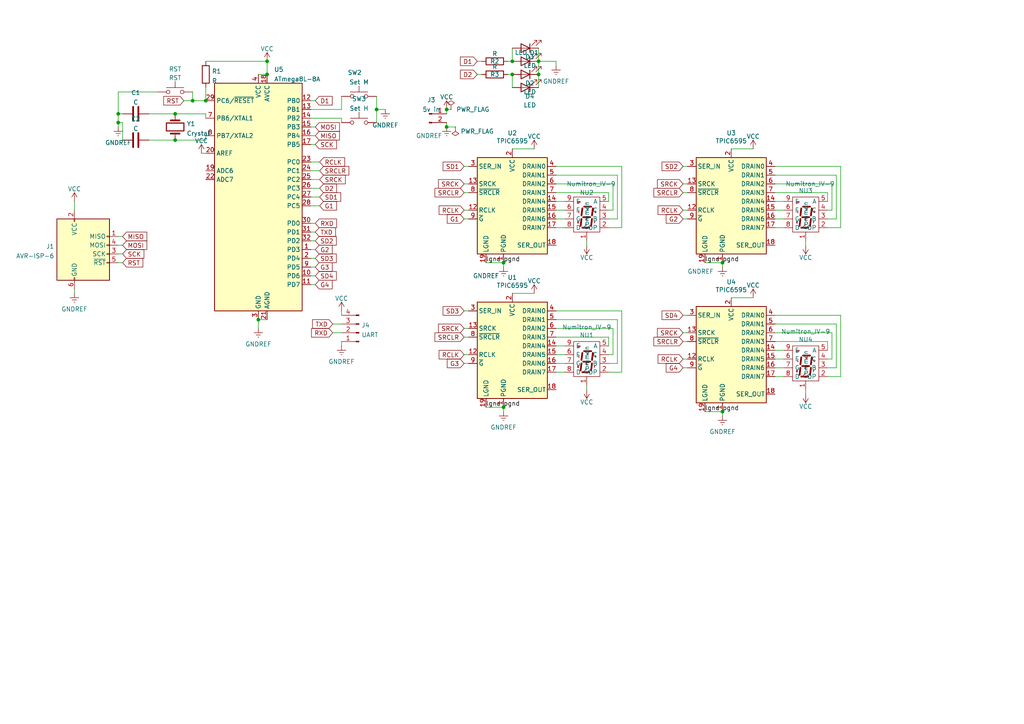
<source format=kicad_sch>
(kicad_sch (version 20211123) (generator eeschema)
  (paper "A4")
  (lib_symbols
    (symbol "Connector:AVR-ISP-6" (pin_names (offset 1.016))
      (property "Reference" "J" (at -6.35 11.43 0))
      (property "Value" "AVR-ISP-6" (at 0 11.43 0))
      (symbol "AVR-ISP-6_0_1"
        (rectangle (start -2.667 -6.858) (end -2.413 -7.62))
        (rectangle (start -2.667 10.16) (end -2.413 9.398))
        (rectangle (start 7.62 -2.413) (end 6.858 -2.667))
        (rectangle (start 7.62 0.127) (end 6.858 -0.127))
        (rectangle (start 7.62 2.667) (end 6.858 2.413))
        (rectangle (start 7.62 5.207) (end 6.858 4.953))
        (rectangle (start 7.62 10.16) (end -7.62 -7.62) (stroke (width 0.254)) (fill (type background)))
      )
      (symbol "AVR-ISP-6_1_1"
        (pin passive line (at 10.16 5.08 180) (length 2.54) (name "MISO") (number "1"))
        (pin passive line (at -2.54 12.7 270) (length 2.54) (name "VCC") (number "2"))
        (pin passive line (at 10.16 0 180) (length 2.54) (name "SCK") (number "3"))
        (pin passive line (at 10.16 2.54 180) (length 2.54) (name "MOSI") (number "4"))
        (pin passive line (at 10.16 -2.54 180) (length 2.54) (name "~{RST}") (number "5"))
        (pin passive line (at -2.54 -10.16 90) (length 2.54) (name "GND") (number "6"))
      )
    )
    (symbol "Connector:Conn_01x02_Male" (pin_names (offset 1.016) hide)
      (property "Reference" "J" (at 0 2.54 0))
      (property "Value" "Conn_01x02_Male" (at 0 -5.08 0))
      (symbol "Conn_01x02_Male_1_1"
        (polyline (pts (xy 1.27 -2.54) (xy 0.8636 -2.54)) (stroke (width 0.1524)))
        (polyline (pts (xy 1.27 0) (xy 0.8636 0)) (stroke (width 0.1524)))
        (rectangle (start 0.8636 -2.413) (end 0 -2.667) (stroke (width 0.1524)) (fill (type outline)))
        (rectangle (start 0.8636 0.127) (end 0 -0.127) (stroke (width 0.1524)) (fill (type outline)))
        (pin passive line (at 5.08 0 180) (length 3.81) (name "Pin_1") (number "1"))
        (pin passive line (at 5.08 -2.54 180) (length 3.81) (name "Pin_2") (number "2"))
      )
    )
    (symbol "Connector:Conn_01x04_Male" (pin_names (offset 1.016) hide)
      (property "Reference" "J" (at 0 5.08 0))
      (property "Value" "Conn_01x04_Male" (at 0 -7.62 0))
      (symbol "Conn_01x04_Male_1_1"
        (polyline (pts (xy 1.27 -5.08) (xy 0.8636 -5.08)) (stroke (width 0.1524)))
        (polyline (pts (xy 1.27 -2.54) (xy 0.8636 -2.54)) (stroke (width 0.1524)))
        (polyline (pts (xy 1.27 0) (xy 0.8636 0)) (stroke (width 0.1524)))
        (polyline (pts (xy 1.27 2.54) (xy 0.8636 2.54)) (stroke (width 0.1524)))
        (rectangle (start 0.8636 -4.953) (end 0 -5.207) (stroke (width 0.1524)) (fill (type outline)))
        (rectangle (start 0.8636 -2.413) (end 0 -2.667) (stroke (width 0.1524)) (fill (type outline)))
        (rectangle (start 0.8636 0.127) (end 0 -0.127) (stroke (width 0.1524)) (fill (type outline)))
        (rectangle (start 0.8636 2.667) (end 0 2.413) (stroke (width 0.1524)) (fill (type outline)))
        (pin passive line (at 5.08 2.54 180) (length 3.81) (name "Pin_1") (number "1"))
        (pin passive line (at 5.08 0 180) (length 3.81) (name "Pin_2") (number "2"))
        (pin passive line (at 5.08 -2.54 180) (length 3.81) (name "Pin_3") (number "3"))
        (pin passive line (at 5.08 -5.08 180) (length 3.81) (name "Pin_4") (number "4"))
      )
    )
    (symbol "Device:C" (pin_numbers hide) (pin_names (offset 0.254))
      (property "Reference" "C" (at 0.635 2.54 0))
      (property "Value" "C" (at 0.635 -2.54 0))
      (symbol "C_0_1"
        (polyline (pts (xy -2.032 -0.762) (xy 2.032 -0.762)) (stroke (width 0.508)))
        (polyline (pts (xy -2.032 0.762) (xy 2.032 0.762)) (stroke (width 0.508)))
      )
      (symbol "C_1_1"
        (pin passive line (at 0 3.81 270) (length 2.794) (name "~") (number "1"))
        (pin passive line (at 0 -3.81 90) (length 2.794) (name "~") (number "2"))
      )
    )
    (symbol "Device:Crystal" (pin_numbers hide) (pin_names (offset 1.016) hide)
      (property "Reference" "Y" (at 0 3.81 0))
      (property "Value" "Crystal" (at 0 -3.81 0))
      (symbol "Crystal_0_1"
        (rectangle (start -1.143 2.54) (end 1.143 -2.54) (stroke (width 0.3048)))
        (polyline (pts (xy -2.54 0) (xy -1.905 0)))
        (polyline (pts (xy -1.905 -1.27) (xy -1.905 1.27)) (stroke (width 0.508)))
        (polyline (pts (xy 1.905 -1.27) (xy 1.905 1.27)) (stroke (width 0.508)))
        (polyline (pts (xy 2.54 0) (xy 1.905 0)))
      )
      (symbol "Crystal_1_1"
        (pin passive line (at -3.81 0 0) (length 1.27) (name "1") (number "1"))
        (pin passive line (at 3.81 0 180) (length 1.27) (name "2") (number "2"))
      )
    )
    (symbol "Device:LED" (pin_numbers hide) (pin_names (offset 1.016) hide)
      (property "Reference" "D" (at 0 2.54 0))
      (property "Value" "LED" (at 0 -2.54 0))
      (symbol "LED_0_1"
        (polyline (pts (xy -1.27 -1.27) (xy -1.27 1.27)) (stroke (width 0.254)))
        (polyline (pts (xy -1.27 0) (xy 1.27 0)))
        (polyline (pts (xy 1.27 -1.27) (xy 1.27 1.27) (xy -1.27 0) (xy 1.27 -1.27)) (stroke (width 0.254)))
        (polyline (pts (xy -3.048 -0.762) (xy -4.572 -2.286) (xy -3.81 -2.286) (xy -4.572 -2.286) (xy -4.572 -1.524)))
        (polyline (pts (xy -1.778 -0.762) (xy -3.302 -2.286) (xy -2.54 -2.286) (xy -3.302 -2.286) (xy -3.302 -1.524)))
      )
      (symbol "LED_1_1"
        (pin passive line (at -3.81 0 0) (length 2.54) (name "K") (number "1"))
        (pin passive line (at 3.81 0 180) (length 2.54) (name "A") (number "2"))
      )
    )
    (symbol "Device:R" (pin_numbers hide) (pin_names (offset 0))
      (property "Reference" "R" (at 2.032 0 90))
      (property "Value" "R" (at 0 0 90))
      (symbol "R_0_1"
        (rectangle (start -1.016 -2.54) (end 1.016 2.54) (stroke (width 0.254)))
      )
      (symbol "R_1_1"
        (pin passive line (at 0 3.81 270) (length 1.27) (name "~") (number "1"))
        (pin passive line (at 0 -3.81 90) (length 1.27) (name "~") (number "2"))
      )
    )
    (symbol "Interface_Expansion:TPIC6595" (pin_names (offset 0.381))
      (property "Reference" "U" (at -8.89 13.97 0))
      (property "Value" "TPIC6595" (at 6.35 13.97 0))
      (symbol "TPIC6595_0_1"
        (rectangle (start -10.16 12.7) (end 10.16 -15.24) (stroke (width 0.254)) (fill (type background)))
      )
      (symbol "TPIC6595_1_1"
        (pin power_in line (at -2.54 -17.78 90) (length 2.54) (name "PGND") (number "1"))
        (pin passive line (at -2.54 -17.78 90) (length 2.54) hide (name "PGND") (number "10"))
        (pin passive line (at -2.54 -17.78 90) (length 2.54) hide (name "PGND") (number "11"))
        (pin input line (at -12.7 -2.54 0) (length 2.54) (name "RCLK") (number "12"))
        (pin input line (at -12.7 5.08 0) (length 2.54) (name "SRCK") (number "13"))
        (pin open_collector line (at 12.7 0 180) (length 2.54) (name "DRAIN4") (number "14"))
        (pin open_collector line (at 12.7 -2.54 180) (length 2.54) (name "DRAIN5") (number "15"))
        (pin open_collector line (at 12.7 -5.08 180) (length 2.54) (name "DRAIN6") (number "16"))
        (pin open_collector line (at 12.7 -7.62 180) (length 2.54) (name "DRAIN7") (number "17"))
        (pin output line (at 12.7 -12.7 180) (length 2.54) (name "SER_OUT") (number "18"))
        (pin power_in line (at -7.62 -17.78 90) (length 2.54) (name "LGND") (number "19"))
        (pin power_in line (at 0 15.24 270) (length 2.54) (name "VCC") (number "2"))
        (pin passive line (at -2.54 -17.78 90) (length 2.54) hide (name "PGND") (number "20"))
        (pin input line (at -12.7 10.16 0) (length 2.54) (name "SER_IN") (number "3"))
        (pin open_collector line (at 12.7 10.16 180) (length 2.54) (name "DRAIN0") (number "4"))
        (pin open_collector line (at 12.7 7.62 180) (length 2.54) (name "DRAIN1") (number "5"))
        (pin open_collector line (at 12.7 5.08 180) (length 2.54) (name "DRAIN2") (number "6"))
        (pin open_collector line (at 12.7 2.54 180) (length 2.54) (name "DRAIN3") (number "7"))
        (pin input line (at -12.7 2.54 0) (length 2.54) (name "~{SRCLR}") (number "8"))
        (pin input line (at -12.7 -5.08 0) (length 2.54) (name "~{G}") (number "9"))
      )
    )
    (symbol "MCU_Microchip_ATmega:ATmega8L-8A"
      (property "Reference" "U" (at -12.7 34.29 0))
      (property "Value" "ATmega8L-8A" (at 5.08 -34.29 0))
      (symbol "ATmega8L-8A_0_1"
        (rectangle (start -12.7 -33.02) (end 12.7 33.02) (stroke (width 0.254)) (fill (type background)))
      )
      (symbol "ATmega8L-8A_1_1"
        (pin bidirectional line (at 15.24 -15.24 180) (length 2.54) (name "PD3") (number "1"))
        (pin bidirectional line (at 15.24 -22.86 180) (length 2.54) (name "PD6") (number "10"))
        (pin bidirectional line (at 15.24 -25.4 180) (length 2.54) (name "PD7") (number "11"))
        (pin bidirectional line (at 15.24 27.94 180) (length 2.54) (name "PB0") (number "12"))
        (pin bidirectional line (at 15.24 25.4 180) (length 2.54) (name "PB1") (number "13"))
        (pin bidirectional line (at 15.24 22.86 180) (length 2.54) (name "PB2") (number "14"))
        (pin bidirectional line (at 15.24 20.32 180) (length 2.54) (name "PB3") (number "15"))
        (pin bidirectional line (at 15.24 17.78 180) (length 2.54) (name "PB4") (number "16"))
        (pin bidirectional line (at 15.24 15.24 180) (length 2.54) (name "PB5") (number "17"))
        (pin power_in line (at 2.54 35.56 270) (length 2.54) (name "AVCC") (number "18"))
        (pin input line (at -15.24 7.62 0) (length 2.54) (name "ADC6") (number "19"))
        (pin bidirectional line (at 15.24 -17.78 180) (length 2.54) (name "PD4") (number "2"))
        (pin passive line (at -15.24 12.7 0) (length 2.54) (name "AREF") (number "20"))
        (pin power_in line (at 2.54 -35.56 90) (length 2.54) (name "AGND") (number "21"))
        (pin input line (at -15.24 5.08 0) (length 2.54) (name "ADC7") (number "22"))
        (pin bidirectional line (at 15.24 10.16 180) (length 2.54) (name "PC0") (number "23"))
        (pin bidirectional line (at 15.24 7.62 180) (length 2.54) (name "PC1") (number "24"))
        (pin bidirectional line (at 15.24 5.08 180) (length 2.54) (name "PC2") (number "25"))
        (pin bidirectional line (at 15.24 2.54 180) (length 2.54) (name "PC3") (number "26"))
        (pin bidirectional line (at 15.24 0 180) (length 2.54) (name "PC4") (number "27"))
        (pin bidirectional line (at 15.24 -2.54 180) (length 2.54) (name "PC5") (number "28"))
        (pin bidirectional line (at -15.24 27.94 0) (length 2.54) (name "PC6/~{RESET}") (number "29"))
        (pin power_in line (at 0 -35.56 90) (length 2.54) (name "GND") (number "3"))
        (pin bidirectional line (at 15.24 -7.62 180) (length 2.54) (name "PD0") (number "30"))
        (pin bidirectional line (at 15.24 -10.16 180) (length 2.54) (name "PD1") (number "31"))
        (pin bidirectional line (at 15.24 -12.7 180) (length 2.54) (name "PD2") (number "32"))
        (pin power_in line (at 0 35.56 270) (length 2.54) (name "VCC") (number "4"))
        (pin passive line (at 0 -35.56 90) (length 2.54) hide (name "GND") (number "5"))
        (pin passive line (at 0 35.56 270) (length 2.54) hide (name "VCC") (number "6"))
        (pin bidirectional line (at -15.24 22.86 0) (length 2.54) (name "PB6/XTAL1") (number "7"))
        (pin bidirectional line (at -15.24 17.78 0) (length 2.54) (name "PB7/XTAL2") (number "8"))
        (pin bidirectional line (at 15.24 -20.32 180) (length 2.54) (name "PD5") (number "9"))
      )
    )
    (symbol "Switch:SW_Push" (pin_numbers hide) (pin_names (offset 1.016) hide)
      (property "Reference" "SW" (at 1.27 2.54 0))
      (property "Value" "SW_Push" (at 0 -1.524 0))
      (symbol "SW_Push_0_1"
        (circle (center -2.032 0) (radius 0.508))
        (polyline (pts (xy 0 1.27) (xy 0 3.048)))
        (polyline (pts (xy 2.54 1.27) (xy -2.54 1.27)))
        (circle (center 2.032 0) (radius 0.508))
        (pin passive line (at -5.08 0 0) (length 2.54) (name "1") (number "1"))
        (pin passive line (at 5.08 0 180) (length 2.54) (name "2") (number "2"))
      )
    )
    (symbol "numitron:Numitron_IV-9-Display" (pin_names (offset 0.635))
      (property "Reference" "U" (at -2.54 13.97 0))
      (property "Value" "Numitron_IV-9-Display" (at 1.27 13.97 0))
      (symbol "Numitron_IV-9-Display_0_0"
        (text "A" (at 0.254 3.048 0) (effects (font (size 0.508 0.508))))
        (text "B" (at 2.54 2.286 0) (effects (font (size 0.508 0.508))))
        (text "C" (at 2.286 -0.762 0) (effects (font (size 0.508 0.508))))
        (text "D" (at -0.254 -1.524 0) (effects (font (size 0.508 0.508))))
        (text "DP" (at 2.286 -3.556 0) (effects (font (size 0.508 0.508))))
        (text "E" (at -2.54 -0.762 0) (effects (font (size 0.508 0.508))))
        (text "F" (at -2.286 2.286 0) (effects (font (size 0.508 0.508))))
        (text "G" (at 0 1.524 0) (effects (font (size 0.508 0.508))))
      )
      (symbol "Numitron_IV-9-Display_0_1"
        (rectangle (start -3.81 5.08) (end 3.81 -5.08))
        (polyline (pts (xy -1.524 0.254) (xy -1.778 -1.778)) (stroke (width 0.508)))
        (polyline (pts (xy -1.27 -2.286) (xy 0.762 -2.286)) (stroke (width 0.508)))
        (polyline (pts (xy -1.27 3.302) (xy -1.524 1.27)) (stroke (width 0.508)))
        (polyline (pts (xy -1.016 0.762) (xy 1.016 0.762)) (stroke (width 0.508)))
        (polyline (pts (xy -0.762 3.81) (xy 1.27 3.81)) (stroke (width 0.508)))
        (polyline (pts (xy 1.524 0.254) (xy 1.27 -1.778)) (stroke (width 0.508)))
        (polyline (pts (xy 1.778 3.302) (xy 1.524 1.27)) (stroke (width 0.508)))
        (polyline (pts (xy 2.54 -2.286) (xy 2.54 -2.286)) (stroke (width 0.508)))
      )
      (symbol "Numitron_IV-9-Display_1_1"
        (pin passive line (at 0 7.62 270) (length 2.54) (name "Common") (number "1"))
        (pin passive line (at -6.35 3.81 0) (length 2.54) (name "DP") (number "2"))
        (pin passive line (at -6.35 1.27 0) (length 2.54) (name "B") (number "3"))
        (pin passive line (at -6.35 -1.27 0) (length 2.54) (name "C") (number "4"))
        (pin passive line (at -6.35 -3.81 0) (length 2.54) (name "A") (number "5"))
        (pin passive line (at 6.35 -1.27 180) (length 2.54) (name "F") (number "6"))
        (pin passive line (at 6.35 1.27 180) (length 2.54) (name "G") (number "7"))
        (pin passive line (at 6.35 3.81 180) (length 2.54) (name "D") (number "8"))
        (pin passive line (at 6.35 -3.81 180) (length 2.54) (name "E") (number "9"))
      )
    )
    (symbol "power:GNDREF" (power) (pin_names (offset 0))
      (property "Value" "GNDREF" (at 0 -3.81 0))
      (symbol "GNDREF_0_1"
        (polyline (pts (xy -0.635 -1.905) (xy 0.635 -1.905)))
        (polyline (pts (xy -0.127 -2.54) (xy 0.127 -2.54)))
        (polyline (pts (xy 0 -1.27) (xy 0 0)))
        (polyline (pts (xy 1.27 -1.27) (xy -1.27 -1.27)))
      )
      (symbol "GNDREF_1_1"
        (pin power_in line (at 0 0 270) (length 0) hide (name "GNDREF") (number "1"))
      )
    )
    (symbol "power:PWR_FLAG" (power) (pin_numbers hide) (pin_names (offset 0) hide)
      (property "Value" "PWR_FLAG" (at 0 3.81 0))
      (symbol "PWR_FLAG_0_0"
        (pin power_out line (at 0 0 90) (length 0) (name "pwr") (number "1"))
      )
      (symbol "PWR_FLAG_0_1"
        (polyline (pts (xy 0 0) (xy 0 1.27) (xy -1.016 1.905) (xy 0 2.54) (xy 1.016 1.905) (xy 0 1.27)))
      )
    )
    (symbol "power:VCC" (power) (pin_names (offset 0))
      (property "Value" "VCC" (at 0 3.81 0))
      (symbol "VCC_0_1"
        (polyline (pts (xy -0.762 1.27) (xy 0 2.54)))
        (polyline (pts (xy 0 0) (xy 0 2.54)))
        (polyline (pts (xy 0 2.54) (xy 0.762 1.27)))
      )
      (symbol "VCC_1_1"
        (pin power_in line (at 0 0 90) (length 0) hide (name "VCC") (number "1"))
      )
    )
  )
  (junction (at 34.29 33.02))
  (junction (at 129.54 31.75))
  (junction (at 50.8 40.64))
  (junction (at 209.55 119.38))
  (junction (at 77.47 17.78))
  (junction (at 146.05 118.11))
  (junction (at 209.55 76.2))
  (junction (at 109.22 31.75))
  (junction (at 148.59 17.78))
  (junction (at 148.59 21.59))
  (junction (at 156.21 21.59))
  (junction (at 59.69 29.21))
  (junction (at 146.05 76.2))
  (junction (at 74.93 92.71))
  (junction (at 77.47 21.59))
  (junction (at 129.54 36.83))
  (junction (at 55.88 29.21))
  (junction (at 50.8 33.02))
  (junction (at 156.21 17.78))
  (junction (at 34.29 35.56))
  (wire (pts (xy 198.12 60.96) (xy 199.39 60.96)))
  (wire (pts (xy 161.29 17.78) (xy 161.29 19.05)))
  (wire (pts (xy 21.59 83.82) (xy 21.59 85.09)))
  (wire (pts (xy 43.18 40.64) (xy 50.8 40.64)))
  (wire (pts (xy 90.17 41.91) (xy 91.44 41.91)))
  (wire (pts (xy 156.21 17.78) (xy 156.21 21.59)))
  (wire (pts (xy 224.79 55.88) (xy 240.03 55.88)))
  (wire (pts (xy 161.29 53.34) (xy 177.8 53.34)))
  (wire (pts (xy 180.34 90.17) (xy 180.34 107.95)))
  (wire (pts (xy 161.29 55.88) (xy 176.53 55.88)))
  (wire (pts (xy 43.18 33.02) (xy 50.8 33.02)))
  (wire (pts (xy 90.17 64.77) (xy 91.44 64.77)))
  (wire (pts (xy 180.34 66.04) (xy 176.53 66.04)))
  (wire (pts (xy 59.69 33.02) (xy 59.69 34.29)))
  (wire (pts (xy 198.12 63.5) (xy 199.39 63.5)))
  (wire (pts (xy 90.17 82.55) (xy 91.44 82.55)))
  (wire (pts (xy 109.22 27.94) (xy 109.22 31.75)))
  (wire (pts (xy 179.07 92.71) (xy 179.07 105.41)))
  (wire (pts (xy 129.54 35.56) (xy 129.54 36.83)))
  (wire (pts (xy 59.69 33.02) (xy 50.8 33.02)))
  (wire (pts (xy 198.12 96.52) (xy 199.39 96.52)))
  (wire (pts (xy 55.88 26.67) (xy 55.88 29.21)))
  (wire (pts (xy 241.3 60.96) (xy 240.03 60.96)))
  (wire (pts (xy 241.3 53.34) (xy 241.3 60.96)))
  (wire (pts (xy 161.29 95.25) (xy 177.8 95.25)))
  (wire (pts (xy 90.17 72.39) (xy 91.44 72.39)))
  (wire (pts (xy 96.52 96.52) (xy 99.06 96.52)))
  (wire (pts (xy 233.68 69.85) (xy 233.68 71.12)))
  (wire (pts (xy 198.12 53.34) (xy 199.39 53.34)))
  (wire (pts (xy 90.17 31.75) (xy 99.06 31.75)))
  (wire (pts (xy 53.34 29.21) (xy 55.88 29.21)))
  (wire (pts (xy 212.09 43.18) (xy 218.44 43.18)))
  (wire (pts (xy 161.29 107.95) (xy 163.83 107.95)))
  (wire (pts (xy 138.43 17.78) (xy 139.7 17.78)))
  (wire (pts (xy 180.34 48.26) (xy 180.34 66.04)))
  (wire (pts (xy 243.84 48.26) (xy 243.84 66.04)))
  (wire (pts (xy 212.09 86.36) (xy 218.44 86.36)))
  (wire (pts (xy 140.97 118.11) (xy 146.05 118.11)))
  (wire (pts (xy 34.29 26.67) (xy 34.29 33.02)))
  (wire (pts (xy 224.79 53.34) (xy 241.3 53.34)))
  (wire (pts (xy 134.62 97.79) (xy 135.89 97.79)))
  (wire (pts (xy 161.29 60.96) (xy 163.83 60.96)))
  (wire (pts (xy 146.05 118.11) (xy 146.05 119.38)))
  (wire (pts (xy 34.29 73.66) (xy 35.56 73.66)))
  (wire (pts (xy 176.53 55.88) (xy 176.53 58.42)))
  (wire (pts (xy 242.57 50.8) (xy 242.57 63.5)))
  (wire (pts (xy 198.12 91.44) (xy 199.39 91.44)))
  (wire (pts (xy 90.17 57.15) (xy 92.71 57.15)))
  (wire (pts (xy 161.29 63.5) (xy 163.83 63.5)))
  (wire (pts (xy 74.93 21.59) (xy 77.47 21.59)))
  (wire (pts (xy 198.12 99.06) (xy 199.39 99.06)))
  (wire (pts (xy 156.21 17.78) (xy 161.29 17.78)))
  (wire (pts (xy 243.84 91.44) (xy 243.84 109.22)))
  (wire (pts (xy 21.59 58.42) (xy 21.59 60.96)))
  (wire (pts (xy 224.79 91.44) (xy 243.84 91.44)))
  (wire (pts (xy 34.29 33.02) (xy 34.29 35.56)))
  (wire (pts (xy 161.29 90.17) (xy 180.34 90.17)))
  (wire (pts (xy 179.07 63.5) (xy 176.53 63.5)))
  (wire (pts (xy 243.84 66.04) (xy 240.03 66.04)))
  (wire (pts (xy 209.55 119.38) (xy 209.55 120.65)))
  (wire (pts (xy 90.17 39.37) (xy 91.44 39.37)))
  (wire (pts (xy 138.43 21.59) (xy 139.7 21.59)))
  (wire (pts (xy 161.29 100.33) (xy 163.83 100.33)))
  (wire (pts (xy 161.29 48.26) (xy 180.34 48.26)))
  (wire (pts (xy 224.79 48.26) (xy 243.84 48.26)))
  (wire (pts (xy 177.8 95.25) (xy 177.8 102.87)))
  (wire (pts (xy 179.07 50.8) (xy 179.07 63.5)))
  (wire (pts (xy 35.56 33.02) (xy 34.29 33.02)))
  (wire (pts (xy 147.32 17.78) (xy 148.59 17.78)))
  (wire (pts (xy 90.17 54.61) (xy 92.71 54.61)))
  (wire (pts (xy 242.57 63.5) (xy 240.03 63.5)))
  (wire (pts (xy 177.8 60.96) (xy 176.53 60.96)))
  (wire (pts (xy 99.06 31.75) (xy 99.06 27.94)))
  (wire (pts (xy 156.21 13.97) (xy 156.21 17.78)))
  (wire (pts (xy 161.29 50.8) (xy 179.07 50.8)))
  (wire (pts (xy 90.17 49.53) (xy 92.71 49.53)))
  (wire (pts (xy 148.59 13.97) (xy 148.59 17.78)))
  (wire (pts (xy 134.62 95.25) (xy 135.89 95.25)))
  (wire (pts (xy 179.07 105.41) (xy 176.53 105.41)))
  (wire (pts (xy 34.29 76.2) (xy 35.56 76.2)))
  (wire (pts (xy 134.62 105.41) (xy 135.89 105.41)))
  (wire (pts (xy 161.29 58.42) (xy 163.83 58.42)))
  (wire (pts (xy 99.06 34.29) (xy 99.06 35.56)))
  (wire (pts (xy 242.57 93.98) (xy 242.57 106.68)))
  (wire (pts (xy 224.79 66.04) (xy 227.33 66.04)))
  (wire (pts (xy 134.62 63.5) (xy 135.89 63.5)))
  (wire (pts (xy 129.54 36.83) (xy 132.08 36.83)))
  (wire (pts (xy 129.54 31.75) (xy 130.81 31.75)))
  (wire (pts (xy 134.62 60.96) (xy 135.89 60.96)))
  (wire (pts (xy 156.21 21.59) (xy 156.21 25.4)))
  (wire (pts (xy 134.62 53.34) (xy 135.89 53.34)))
  (wire (pts (xy 35.56 35.56) (xy 34.29 35.56)))
  (wire (pts (xy 99.06 90.17) (xy 99.06 91.44)))
  (wire (pts (xy 146.05 76.2) (xy 146.05 77.47)))
  (wire (pts (xy 50.8 40.64) (xy 59.69 40.64)))
  (wire (pts (xy 74.93 92.71) (xy 77.47 92.71)))
  (wire (pts (xy 34.29 68.58) (xy 35.56 68.58)))
  (wire (pts (xy 134.62 102.87) (xy 135.89 102.87)))
  (wire (pts (xy 224.79 50.8) (xy 242.57 50.8)))
  (wire (pts (xy 55.88 29.21) (xy 59.69 29.21)))
  (wire (pts (xy 34.29 35.56) (xy 34.29 36.83)))
  (wire (pts (xy 90.17 69.85) (xy 91.44 69.85)))
  (wire (pts (xy 90.17 80.01) (xy 91.44 80.01)))
  (wire (pts (xy 240.03 55.88) (xy 240.03 58.42)))
  (wire (pts (xy 198.12 55.88) (xy 199.39 55.88)))
  (wire (pts (xy 134.62 90.17) (xy 135.89 90.17)))
  (wire (pts (xy 77.47 17.78) (xy 77.47 21.59)))
  (wire (pts (xy 224.79 93.98) (xy 242.57 93.98)))
  (wire (pts (xy 177.8 53.34) (xy 177.8 60.96)))
  (wire (pts (xy 204.47 119.38) (xy 209.55 119.38)))
  (wire (pts (xy 177.8 102.87) (xy 176.53 102.87)))
  (wire (pts (xy 180.34 107.95) (xy 176.53 107.95)))
  (wire (pts (xy 224.79 104.14) (xy 227.33 104.14)))
  (wire (pts (xy 59.69 17.78) (xy 77.47 17.78)))
  (wire (pts (xy 161.29 97.79) (xy 176.53 97.79)))
  (wire (pts (xy 99.06 99.06) (xy 99.06 100.33)))
  (wire (pts (xy 90.17 77.47) (xy 91.44 77.47)))
  (wire (pts (xy 148.59 85.09) (xy 154.94 85.09)))
  (wire (pts (xy 242.57 106.68) (xy 240.03 106.68)))
  (wire (pts (xy 204.47 76.2) (xy 209.55 76.2)))
  (wire (pts (xy 90.17 52.07) (xy 92.71 52.07)))
  (wire (pts (xy 240.03 99.06) (xy 240.03 101.6)))
  (wire (pts (xy 129.54 31.75) (xy 129.54 33.02)))
  (wire (pts (xy 161.29 92.71) (xy 179.07 92.71)))
  (wire (pts (xy 148.59 43.18) (xy 154.94 43.18)))
  (wire (pts (xy 176.53 97.79) (xy 176.53 100.33)))
  (wire (pts (xy 140.97 76.2) (xy 146.05 76.2)))
  (wire (pts (xy 74.93 92.71) (xy 74.93 95.25)))
  (wire (pts (xy 90.17 74.93) (xy 91.44 74.93)))
  (wire (pts (xy 224.79 96.52) (xy 241.3 96.52)))
  (wire (pts (xy 161.29 66.04) (xy 163.83 66.04)))
  (wire (pts (xy 148.59 21.59) (xy 148.59 25.4)))
  (wire (pts (xy 243.84 109.22) (xy 240.03 109.22)))
  (wire (pts (xy 170.18 69.85) (xy 170.18 71.12)))
  (wire (pts (xy 233.68 113.03) (xy 233.68 114.3)))
  (wire (pts (xy 34.29 71.12) (xy 35.56 71.12)))
  (wire (pts (xy 35.56 40.64) (xy 35.56 35.56)))
  (wire (pts (xy 90.17 67.31) (xy 91.44 67.31)))
  (wire (pts (xy 209.55 76.2) (xy 209.55 77.47)))
  (wire (pts (xy 134.62 55.88) (xy 135.89 55.88)))
  (wire (pts (xy 170.18 111.76) (xy 170.18 113.03)))
  (wire (pts (xy 161.29 105.41) (xy 163.83 105.41)))
  (wire (pts (xy 96.52 93.98) (xy 99.06 93.98)))
  (wire (pts (xy 45.72 26.67) (xy 34.29 26.67)))
  (wire (pts (xy 90.17 34.29) (xy 99.06 34.29)))
  (wire (pts (xy 224.79 58.42) (xy 227.33 58.42)))
  (wire (pts (xy 224.79 109.22) (xy 227.33 109.22)))
  (wire (pts (xy 147.32 21.59) (xy 148.59 21.59)))
  (wire (pts (xy 224.79 101.6) (xy 227.33 101.6)))
  (wire (pts (xy 90.17 36.83) (xy 91.44 36.83)))
  (wire (pts (xy 224.79 63.5) (xy 227.33 63.5)))
  (wire (pts (xy 224.79 106.68) (xy 227.33 106.68)))
  (wire (pts (xy 241.3 96.52) (xy 241.3 104.14)))
  (wire (pts (xy 90.17 46.99) (xy 92.71 46.99)))
  (wire (pts (xy 58.42 44.45) (xy 59.69 44.45)))
  (wire (pts (xy 134.62 48.26) (xy 135.89 48.26)))
  (wire (pts (xy 59.69 25.4) (xy 59.69 29.21)))
  (wire (pts (xy 198.12 106.68) (xy 199.39 106.68)))
  (wire (pts (xy 90.17 29.21) (xy 91.44 29.21)))
  (wire (pts (xy 224.79 99.06) (xy 240.03 99.06)))
  (wire (pts (xy 109.22 31.75) (xy 111.76 31.75)))
  (wire (pts (xy 224.79 60.96) (xy 227.33 60.96)))
  (wire (pts (xy 241.3 104.14) (xy 240.03 104.14)))
  (wire (pts (xy 109.22 31.75) (xy 109.22 35.56)))
  (wire (pts (xy 198.12 104.14) (xy 199.39 104.14)))
  (wire (pts (xy 90.17 59.69) (xy 92.71 59.69)))
  (wire (pts (xy 161.29 102.87) (xy 163.83 102.87)))
  (wire (pts (xy 198.12 48.26) (xy 199.39 48.26)))
  (wire (pts (xy 59.69 39.37) (xy 59.69 40.64)))
  (label "lgnd" (at 140.97 118.11 0))
  (label "lgnd" (at 140.97 76.2 0))
  (label "lgnd" (at 204.47 119.38 0))
  (label "pgnd" (at 209.55 119.38 0))
  (label "pgnd" (at 146.05 76.2 0))
  (label "pgnd" (at 209.55 76.2 0))
  (label "pgnd" (at 146.05 118.11 0))
  (label "lgnd" (at 204.47 76.2 0))
  (global_label "SD1" (shape input) (at 134.62 48.26 180) (property "Intersheet References" "${INTERSHEET_REFS}" (effects hide)))
  (global_label "SRCK" (shape input) (at 92.71 52.07 0) (property "Intersheet References" "${INTERSHEET_REFS}" (effects hide)))
  (global_label "MISO" (shape input) (at 35.56 68.58 0) (property "Intersheet References" "${INTERSHEET_REFS}" (effects hide)))
  (global_label "SD1" (shape input) (at 92.71 57.15 0) (property "Intersheet References" "${INTERSHEET_REFS}" (effects hide)))
  (global_label "RXD" (shape input) (at 96.52 96.52 180) (property "Intersheet References" "${INTERSHEET_REFS}" (effects hide)))
  (global_label "SRCLR" (shape input) (at 134.62 55.88 180) (property "Intersheet References" "${INTERSHEET_REFS}" (effects hide)))
  (global_label "D2" (shape input) (at 92.71 54.61 0) (property "Intersheet References" "${INTERSHEET_REFS}" (effects hide)))
  (global_label "SRCK" (shape input) (at 134.62 95.25 180) (property "Intersheet References" "${INTERSHEET_REFS}" (effects hide)))
  (global_label "RST" (shape input) (at 35.56 76.2 0) (property "Intersheet References" "${INTERSHEET_REFS}" (effects hide)))
  (global_label "MOSI" (shape input) (at 35.56 71.12 0) (property "Intersheet References" "${INTERSHEET_REFS}" (effects hide)))
  (global_label "SD2" (shape input) (at 91.44 69.85 0) (property "Intersheet References" "${INTERSHEET_REFS}" (effects hide)))
  (global_label "RCLK" (shape input) (at 134.62 60.96 180) (property "Intersheet References" "${INTERSHEET_REFS}" (effects hide)))
  (global_label "TXD" (shape input) (at 96.52 93.98 180) (property "Intersheet References" "${INTERSHEET_REFS}" (effects hide)))
  (global_label "MISO" (shape input) (at 91.44 39.37 0) (property "Intersheet References" "${INTERSHEET_REFS}" (effects hide)))
  (global_label "SCK" (shape input) (at 91.44 41.91 0) (property "Intersheet References" "${INTERSHEET_REFS}" (effects hide)))
  (global_label "SRCK" (shape input) (at 134.62 53.34 180) (property "Intersheet References" "${INTERSHEET_REFS}" (effects hide)))
  (global_label "G1" (shape input) (at 134.62 63.5 180) (property "Intersheet References" "${INTERSHEET_REFS}" (effects hide)))
  (global_label "MOSI" (shape input) (at 91.44 36.83 0) (property "Intersheet References" "${INTERSHEET_REFS}" (effects hide)))
  (global_label "SD4" (shape input) (at 198.12 91.44 180) (property "Intersheet References" "${INTERSHEET_REFS}" (effects hide)))
  (global_label "RCLK" (shape input) (at 92.71 46.99 0) (property "Intersheet References" "${INTERSHEET_REFS}" (effects hide)))
  (global_label "G1" (shape input) (at 92.71 59.69 0) (property "Intersheet References" "${INTERSHEET_REFS}" (effects hide)))
  (global_label "SD3" (shape input) (at 134.62 90.17 180) (property "Intersheet References" "${INTERSHEET_REFS}" (effects hide)))
  (global_label "RST" (shape input) (at 53.34 29.21 180) (property "Intersheet References" "${INTERSHEET_REFS}" (effects hide)))
  (global_label "G4" (shape input) (at 91.44 82.55 0) (property "Intersheet References" "${INTERSHEET_REFS}" (effects hide)))
  (global_label "SRCK" (shape input) (at 198.12 53.34 180) (property "Intersheet References" "${INTERSHEET_REFS}" (effects hide)))
  (global_label "SD4" (shape input) (at 91.44 80.01 0) (property "Intersheet References" "${INTERSHEET_REFS}" (effects hide)))
  (global_label "RCLK" (shape input) (at 134.62 102.87 180) (property "Intersheet References" "${INTERSHEET_REFS}" (effects hide)))
  (global_label "RXD" (shape input) (at 91.44 64.77 0) (property "Intersheet References" "${INTERSHEET_REFS}" (effects hide)))
  (global_label "G3" (shape input) (at 134.62 105.41 180) (property "Intersheet References" "${INTERSHEET_REFS}" (effects hide)))
  (global_label "TXD" (shape input) (at 91.44 67.31 0) (property "Intersheet References" "${INTERSHEET_REFS}" (effects hide)))
  (global_label "SRCLR" (shape input) (at 198.12 55.88 180) (property "Intersheet References" "${INTERSHEET_REFS}" (effects hide)))
  (global_label "SRCLR" (shape input) (at 198.12 99.06 180) (property "Intersheet References" "${INTERSHEET_REFS}" (effects hide)))
  (global_label "D1" (shape input) (at 91.44 29.21 0) (property "Intersheet References" "${INTERSHEET_REFS}" (effects hide)))
  (global_label "SRCK" (shape input) (at 198.12 96.52 180) (property "Intersheet References" "${INTERSHEET_REFS}" (effects hide)))
  (global_label "SRCLR" (shape input) (at 92.71 49.53 0) (property "Intersheet References" "${INTERSHEET_REFS}" (effects hide)))
  (global_label "G3" (shape input) (at 91.44 77.47 0) (property "Intersheet References" "${INTERSHEET_REFS}" (effects hide)))
  (global_label "RCLK" (shape input) (at 198.12 60.96 180) (property "Intersheet References" "${INTERSHEET_REFS}" (effects hide)))
  (global_label "G2" (shape input) (at 91.44 72.39 0) (property "Intersheet References" "${INTERSHEET_REFS}" (effects hide)))
  (global_label "SCK" (shape input) (at 35.56 73.66 0) (property "Intersheet References" "${INTERSHEET_REFS}" (effects hide)))
  (global_label "RCLK" (shape input) (at 198.12 104.14 180) (property "Intersheet References" "${INTERSHEET_REFS}" (effects hide)))
  (global_label "SD2" (shape input) (at 198.12 48.26 180) (property "Intersheet References" "${INTERSHEET_REFS}" (effects hide)))
  (global_label "G4" (shape input) (at 198.12 106.68 180) (property "Intersheet References" "${INTERSHEET_REFS}" (effects hide)))
  (global_label "D1" (shape input) (at 138.43 17.78 180) (property "Intersheet References" "${INTERSHEET_REFS}" (effects hide)))
  (global_label "SRCLR" (shape input) (at 134.62 97.79 180) (property "Intersheet References" "${INTERSHEET_REFS}" (effects hide)))
  (global_label "SD3" (shape input) (at 91.44 74.93 0) (property "Intersheet References" "${INTERSHEET_REFS}" (effects hide)))
  (global_label "D2" (shape input) (at 138.43 21.59 180) (property "Intersheet References" "${INTERSHEET_REFS}" (effects hide)))
  (global_label "G2" (shape input) (at 198.12 63.5 180) (property "Intersheet References" "${INTERSHEET_REFS}" (effects hide)))
  (symbol (lib_id "numitron:Numitron_IV-9-Display") (at 170.18 62.23 180) (unit 1)
    (property "Reference" "NU2" (at 170.18 55.88 0))
    (property "Value" "Numitron_IV-9" (at 171.45 53.34 0))
    (property "Footprint" "Numitron:numitron iv-9" (effects hide))
    (property "Datasheet" "http://www.kingbright.com/attachments/file/psearch/000/00/00/KCSA02-105(Ver.10A).pdf" (effects hide))
  )
  (symbol (lib_id "Interface_Expansion:TPIC6595") (at 148.59 58.42 0) (unit 1)
    (property "Reference" "U2" (at 148.59 38.5826 0))
    (property "Value" "TPIC6595" (at 148.59 40.894 0))
    (property "Footprint" "Package_SO:SOIC-20W_7.5x12.8mm_P1.27mm" (effects hide))
    (property "Datasheet" "http://www.ti.com/lit/ds/symlink/tpic6595.pdf" (effects hide))
  )
  (symbol (lib_id "numitron:Numitron_IV-9-Display") (at 233.68 105.41 180) (unit 1)
    (property "Reference" "NU4" (at 233.68 98.4758 0))
    (property "Value" "Numitron_IV-9" (at 233.68 96.1644 0))
    (property "Footprint" "Numitron:numitron iv-9" (effects hide))
    (property "Datasheet" "http://www.kingbright.com/attachments/file/psearch/000/00/00/KCSA02-105(Ver.10A).pdf" (effects hide))
  )
  (symbol (lib_id "numitron:Numitron_IV-9-Display") (at 233.68 62.23 180) (unit 1)
    (property "Reference" "NU3" (at 233.68 55.2958 0))
    (property "Value" "Numitron_IV-9" (at 234.95 53.34 0))
    (property "Footprint" "Numitron:numitron iv-9" (effects hide))
    (property "Datasheet" "http://www.kingbright.com/attachments/file/psearch/000/00/00/KCSA02-105(Ver.10A).pdf" (effects hide))
  )
  (symbol (lib_id "numitron:Numitron_IV-9-Display") (at 170.18 104.14 180) (unit 1)
    (property "Reference" "NU1" (at 170.18 97.2058 0))
    (property "Value" "Numitron_IV-9" (at 170.18 94.8944 0))
    (property "Footprint" "Numitron:numitron iv-9" (effects hide))
    (property "Datasheet" "http://www.kingbright.com/attachments/file/psearch/000/00/00/KCSA02-105(Ver.10A).pdf" (effects hide))
  )
  (symbol (lib_id "Interface_Expansion:TPIC6595") (at 212.09 58.42 0) (unit 1)
    (property "Reference" "U3" (at 212.09 38.5826 0))
    (property "Value" "TPIC6595" (at 212.09 40.894 0))
    (property "Footprint" "Package_SO:SOIC-20W_7.5x12.8mm_P1.27mm" (effects hide))
    (property "Datasheet" "http://www.ti.com/lit/ds/symlink/tpic6595.pdf" (effects hide))
  )
  (symbol (lib_id "Interface_Expansion:TPIC6595") (at 212.09 101.6 0) (unit 1)
    (property "Reference" "U4" (at 212.09 81.7626 0))
    (property "Value" "TPIC6595" (at 212.09 84.074 0))
    (property "Footprint" "Package_SO:SOIC-20W_7.5x12.8mm_P1.27mm" (effects hide))
    (property "Datasheet" "http://www.ti.com/lit/ds/symlink/tpic6595.pdf" (effects hide))
  )
  (symbol (lib_id "Interface_Expansion:TPIC6595") (at 148.59 100.33 0) (unit 1)
    (property "Reference" "U1" (at 148.59 80.4926 0))
    (property "Value" "TPIC6595" (at 148.59 82.804 0))
    (property "Footprint" "Package_SO:SOIC-20W_7.5x12.8mm_P1.27mm" (effects hide))
    (property "Datasheet" "http://www.ti.com/lit/ds/symlink/tpic6595.pdf" (effects hide))
  )
  (symbol (lib_id "power:VCC") (at 154.94 85.09 0) (unit 1)
    (property "Reference" "#PWR015" (effects hide))
    (property "Value" "VCC" (at 154.94 81.4855 0))
  )
  (symbol (lib_id "power:VCC") (at 218.44 43.18 0) (unit 1)
    (property "Reference" "#PWR022" (effects hide))
    (property "Value" "VCC" (at 218.44 39.5755 0))
  )
  (symbol (lib_id "power:GNDREF") (at 209.55 120.65 0) (unit 1)
    (property "Reference" "#PWR08" (effects hide))
    (property "Value" "GNDREF" (at 209.55 125.2125 0))
  )
  (symbol (lib_id "power:GNDREF") (at 146.05 77.47 0) (unit 1)
    (property "Reference" "#PWR04" (effects hide))
    (property "Value" "GNDREF" (at 140.97 80.01 0))
  )
  (symbol (lib_id "power:VCC") (at 21.59 58.42 0) (unit 1)
    (property "Reference" "#PWR01" (effects hide))
    (property "Value" "VCC" (at 21.59 54.8155 0))
  )
  (symbol (lib_id "power:GNDREF") (at 209.55 77.47 0) (unit 1)
    (property "Reference" "#PWR06" (effects hide))
    (property "Value" "GNDREF" (at 203.2 78.74 0))
  )
  (symbol (lib_id "power:GNDREF") (at 99.06 100.33 0) (unit 1)
    (property "Reference" "#PWR010" (effects hide))
    (property "Value" "GNDREF" (at 99.06 104.8925 0))
  )
  (symbol (lib_id "MCU_Microchip_ATmega:ATmega8L-8A") (at 74.93 57.15 0) (unit 1)
    (property "Reference" "U5" (at 79.4894 20.1635 0) (effects (justify left)))
    (property "Value" "ATmega8L-8A" (at 79.4894 22.9386 0) (effects (justify left)))
    (property "Footprint" "Package_QFP:TQFP-32_7x7mm_P0.8mm" (effects hide))
    (property "Datasheet" "http://ww1.microchip.com/downloads/en/DeviceDoc/atmel-2486-8-bit-avr-microcontroller-atmega8_l_datasheet.pdf" (effects hide))
  )
  (symbol (lib_id "power:GNDREF") (at 161.29 19.05 0) (unit 1)
    (property "Reference" "#PWR0104" (effects hide))
    (property "Value" "GNDREF" (at 161.29 23.6125 0))
  )
  (symbol (lib_id "power:VCC") (at 170.18 113.03 180) (unit 1)
    (property "Reference" "#PWR017" (effects hide))
    (property "Value" "VCC" (at 170.18 116.6345 0))
  )
  (symbol (lib_id "Device:LED") (at 152.4 13.97 180) (unit 1)
    (property "Reference" "D3" (at 153.67 16.51 0))
    (property "Value" "LED" (at 153.67 19.05 0))
    (property "Footprint" "LED_SMD:LED_1206_3216Metric" (effects hide))
  )
  (symbol (lib_id "Device:R") (at 59.69 21.59 0) (unit 1)
    (property "Reference" "R1" (at 61.468 20.6815 0) (effects (justify left)))
    (property "Value" "R" (at 61.468 23.4566 0) (effects (justify left)))
    (property "Footprint" "Resistor_SMD:R_1206_3216Metric_Pad1.30x1.75mm_HandSolder" (effects hide))
  )
  (symbol (lib_id "Switch:SW_Push") (at 104.14 27.94 0) (unit 1)
    (property "Reference" "SW2" (at 102.87 21.0525 0))
    (property "Value" "Set M" (at 104.14 23.8276 0))
    (property "Footprint" "Button_Switch_SMD:SW_SPST_CK_RS282G05A3" (effects hide))
  )
  (symbol (lib_id "Switch:SW_Push") (at 104.14 35.56 0) (unit 1)
    (property "Reference" "SW3" (at 104.14 28.6725 0))
    (property "Value" "Set H" (at 104.14 31.4476 0))
    (property "Footprint" "Button_Switch_SMD:SW_SPST_CK_RS282G05A3" (effects hide))
  )
  (symbol (lib_id "power:GNDREF") (at 21.59 85.09 0) (unit 1)
    (property "Reference" "#PWR0107" (effects hide))
    (property "Value" "GNDREF" (at 21.59 89.6525 0))
  )
  (symbol (lib_id "Device:Crystal") (at 50.8 36.83 90) (unit 1)
    (property "Reference" "Y1" (at 54.1274 35.9215 90) (effects (justify right)))
    (property "Value" "Crystal" (at 54.1274 38.6966 90) (effects (justify right)))
    (property "Footprint" "Crystal:Crystal_Round_D1.5mm_Vertical" (effects hide))
  )
  (symbol (lib_id "power:VCC") (at 233.68 114.3 180) (unit 1)
    (property "Reference" "#PWR024" (effects hide))
    (property "Value" "VCC" (at 233.68 117.9045 0))
  )
  (symbol (lib_id "power:GNDREF") (at 146.05 119.38 0) (unit 1)
    (property "Reference" "#PWR0101" (effects hide))
    (property "Value" "GNDREF" (at 146.05 123.9425 0))
  )
  (symbol (lib_id "power:PWR_FLAG") (at 132.08 36.83 180) (unit 1)
    (property "Reference" "#FLG0102" (effects hide))
    (property "Value" "PWR_FLAG" (at 138.43 38.1 0))
  )
  (symbol (lib_id "power:VCC") (at 58.42 44.45 0) (unit 1)
    (property "Reference" "#PWR026" (effects hide))
    (property "Value" "VCC" (at 58.42 40.8455 0))
  )
  (symbol (lib_id "Device:LED") (at 152.4 25.4 180) (unit 1)
    (property "Reference" "D4" (at 153.67 27.94 0))
    (property "Value" "LED" (at 153.67 30.48 0))
    (property "Footprint" "LED_SMD:LED_1206_3216Metric" (effects hide))
  )
  (symbol (lib_id "power:GNDREF") (at 74.93 95.25 0) (unit 1)
    (property "Reference" "#PWR0102" (effects hide))
    (property "Value" "GNDREF" (at 74.93 99.8125 0))
  )
  (symbol (lib_id "power:GNDREF") (at 34.29 36.83 0) (unit 1)
    (property "Reference" "#PWR0106" (effects hide))
    (property "Value" "GNDREF" (at 34.29 41.3925 0))
  )
  (symbol (lib_id "Device:LED") (at 152.4 17.78 180) (unit 1)
    (property "Reference" "D1" (at 154.94 15.24 0))
    (property "Value" "LED" (at 151.13 15.24 0))
    (property "Footprint" "LED_THT:LED_D5.0mm" (effects hide))
  )
  (symbol (lib_id "Connector:Conn_01x04_Male") (at 104.14 96.52 180) (unit 1)
    (property "Reference" "J4" (at 104.8512 94.3415 0) (effects (justify right)))
    (property "Value" "UART" (at 104.8512 97.1166 0) (effects (justify right)))
    (property "Footprint" "Connector_PinHeader_2.54mm:PinHeader_1x04_P2.54mm_Vertical" (effects hide))
  )
  (symbol (lib_id "Device:C") (at 39.37 33.02 90) (unit 1)
    (property "Reference" "C1" (at 39.37 26.8945 90))
    (property "Value" "C" (at 39.37 29.6696 90))
    (property "Footprint" "Capacitor_THT:C_Disc_D3.8mm_W2.6mm_P2.50mm" (effects hide))
  )
  (symbol (lib_id "Device:R") (at 143.51 17.78 90) (unit 1)
    (property "Reference" "R2" (at 143.51 17.78 90))
    (property "Value" "R" (at 143.51 15.5726 90))
    (property "Footprint" "Resistor_SMD:R_1206_3216Metric_Pad1.30x1.75mm_HandSolder" (effects hide))
  )
  (symbol (lib_id "Connector:AVR-ISP-6") (at 24.13 73.66 0) (unit 1)
    (property "Reference" "J1" (at 15.7481 71.4815 0) (effects (justify right)))
    (property "Value" "AVR-ISP-6" (at 15.7481 74.2566 0) (effects (justify right)))
    (property "Footprint" "Connector_IDC:IDC-Header_2x03_P2.54mm_Vertical" (effects hide))
    (property "Datasheet" " ~" (effects hide))
  )
  (symbol (lib_id "Device:LED") (at 152.4 21.59 180) (unit 1)
    (property "Reference" "D2" (at 153.67 24.13 0))
    (property "Value" "LED" (at 153.67 26.67 0))
    (property "Footprint" "LED_THT:LED_D5.0mm" (effects hide))
  )
  (symbol (lib_id "Switch:SW_Push") (at 50.8 26.67 0) (unit 1)
    (property "Reference" "RST" (at 50.8 20.0492 0))
    (property "Value" "RST" (at 50.8 22.5861 0))
    (property "Footprint" "Button_Switch_SMD:SW_SPST_CK_RS282G05A3" (effects hide))
  )
  (symbol (lib_id "power:VCC") (at 218.44 86.36 0) (unit 1)
    (property "Reference" "#PWR023" (effects hide))
    (property "Value" "VCC" (at 218.44 82.7555 0))
  )
  (symbol (lib_id "power:VCC") (at 154.94 43.18 0) (unit 1)
    (property "Reference" "#PWR014" (effects hide))
    (property "Value" "VCC" (at 154.94 39.5755 0))
  )
  (symbol (lib_id "Device:C") (at 39.37 40.64 90) (unit 1)
    (property "Reference" "C2" (at 39.37 34.5145 90))
    (property "Value" "C" (at 39.37 37.2896 90))
    (property "Footprint" "Capacitor_THT:C_Disc_D3.8mm_W2.6mm_P2.50mm" (effects hide))
  )
  (symbol (lib_id "Connector:Conn_01x02_Male") (at 124.46 33.02 0) (unit 1)
    (property "Reference" "J3" (at 125.095 28.9773 0))
    (property "Value" "5v in" (at 125.095 31.7524 0))
    (property "Footprint" "TerminalBlock_Phoenix:TerminalBlock_Phoenix_MKDS-1,5-2-5.08_1x02_P5.08mm_Horizontal" (effects hide))
  )
  (symbol (lib_id "power:VCC") (at 233.68 71.12 180) (unit 1)
    (property "Reference" "#PWR025" (effects hide))
    (property "Value" "VCC" (at 233.68 74.7245 0))
  )
  (symbol (lib_id "power:GNDREF") (at 129.54 36.83 0) (unit 1)
    (property "Reference" "#PWR0103" (effects hide))
    (property "Value" "GNDREF" (at 124.46 39.37 0))
  )
  (symbol (lib_id "power:GNDREF") (at 111.76 31.75 0) (unit 1)
    (property "Reference" "#PWR0105" (effects hide))
    (property "Value" "GNDREF" (at 111.76 36.3125 0))
  )
  (symbol (lib_id "power:VCC") (at 170.18 71.12 180) (unit 1)
    (property "Reference" "#PWR016" (effects hide))
    (property "Value" "VCC" (at 170.18 74.7245 0))
  )
  (symbol (lib_id "power:PWR_FLAG") (at 130.81 31.75 0) (unit 1)
    (property "Reference" "#FLG0101" (effects hide))
    (property "Value" "PWR_FLAG" (at 137.16 31.75 0))
  )
  (symbol (lib_id "power:VCC") (at 77.47 17.78 0) (unit 1)
    (property "Reference" "#PWR05" (effects hide))
    (property "Value" "VCC" (at 77.47 14.1755 0))
  )
  (symbol (lib_id "Device:R") (at 143.51 21.59 90) (unit 1)
    (property "Reference" "R3" (at 143.51 21.59 90))
    (property "Value" "R" (at 143.51 19.3826 90))
    (property "Footprint" "Resistor_SMD:R_1206_3216Metric_Pad1.30x1.75mm_HandSolder" (effects hide))
  )
  (symbol (lib_id "power:VCC") (at 129.54 31.75 0) (unit 1)
    (property "Reference" "#PWR07" (effects hide))
    (property "Value" "VCC" (at 129.54 28.1455 0))
  )
  (symbol (lib_id "power:VCC") (at 99.06 90.17 0) (unit 1)
    (property "Reference" "#PWR09" (effects hide))
    (property "Value" "VCC" (at 99.06 86.5655 0))
  )
)
</source>
